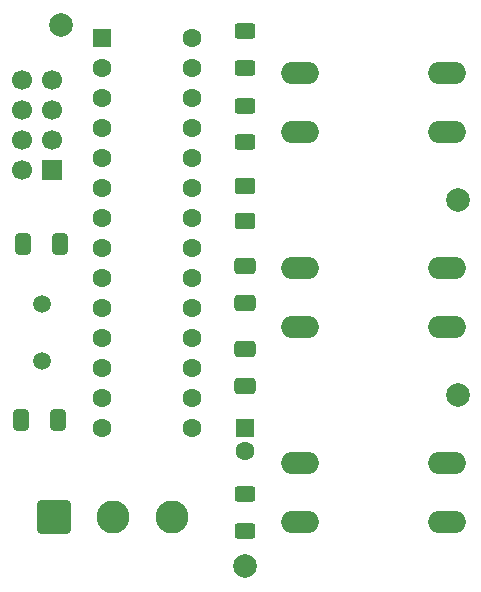
<source format=gts>
%TF.GenerationSoftware,KiCad,Pcbnew,9.0.3*%
%TF.CreationDate,2025-07-13T14:42:04+05:30*%
%TF.ProjectId,lighting_pcb_tht,6c696768-7469-46e6-975f-7063625f7468,rev?*%
%TF.SameCoordinates,Original*%
%TF.FileFunction,Soldermask,Top*%
%TF.FilePolarity,Negative*%
%FSLAX46Y46*%
G04 Gerber Fmt 4.6, Leading zero omitted, Abs format (unit mm)*
G04 Created by KiCad (PCBNEW 9.0.3) date 2025-07-13 14:42:04*
%MOMM*%
%LPD*%
G01*
G04 APERTURE LIST*
G04 Aperture macros list*
%AMRoundRect*
0 Rectangle with rounded corners*
0 $1 Rounding radius*
0 $2 $3 $4 $5 $6 $7 $8 $9 X,Y pos of 4 corners*
0 Add a 4 corners polygon primitive as box body*
4,1,4,$2,$3,$4,$5,$6,$7,$8,$9,$2,$3,0*
0 Add four circle primitives for the rounded corners*
1,1,$1+$1,$2,$3*
1,1,$1+$1,$4,$5*
1,1,$1+$1,$6,$7*
1,1,$1+$1,$8,$9*
0 Add four rect primitives between the rounded corners*
20,1,$1+$1,$2,$3,$4,$5,0*
20,1,$1+$1,$4,$5,$6,$7,0*
20,1,$1+$1,$6,$7,$8,$9,0*
20,1,$1+$1,$8,$9,$2,$3,0*%
G04 Aperture macros list end*
%ADD10C,2.000000*%
%ADD11RoundRect,0.250000X-0.650000X0.412500X-0.650000X-0.412500X0.650000X-0.412500X0.650000X0.412500X0*%
%ADD12RoundRect,0.250001X-0.624999X0.462499X-0.624999X-0.462499X0.624999X-0.462499X0.624999X0.462499X0*%
%ADD13RoundRect,0.250000X-0.625000X0.400000X-0.625000X-0.400000X0.625000X-0.400000X0.625000X0.400000X0*%
%ADD14O,3.200000X1.900000*%
%ADD15R,1.600000X1.600000*%
%ADD16C,1.600000*%
%ADD17R,1.700000X1.700000*%
%ADD18C,1.700000*%
%ADD19RoundRect,0.250001X-1.149999X-1.149999X1.149999X-1.149999X1.149999X1.149999X-1.149999X1.149999X0*%
%ADD20C,2.800000*%
%ADD21RoundRect,0.250000X-0.550000X-0.550000X0.550000X-0.550000X0.550000X0.550000X-0.550000X0.550000X0*%
%ADD22RoundRect,0.250000X0.412500X0.650000X-0.412500X0.650000X-0.412500X-0.650000X0.412500X-0.650000X0*%
%ADD23C,1.500000*%
G04 APERTURE END LIST*
D10*
%TO.C,H3*%
X39000000Y-33250000D03*
%TD*%
D11*
%TO.C,C1*%
X21000000Y-25462500D03*
X21000000Y-22337500D03*
%TD*%
D12*
%TO.C,D1*%
X21000000Y-18587500D03*
X21000000Y-15612500D03*
%TD*%
D13*
%TO.C,R3*%
X21000000Y-11890000D03*
X21000000Y-8790000D03*
%TD*%
%TO.C,R1*%
X21000000Y-2460000D03*
X21000000Y-5560000D03*
%TD*%
D10*
%TO.C,H4*%
X21000000Y-47770000D03*
%TD*%
D14*
%TO.C,SW3*%
X25600000Y-39010000D03*
X38100000Y-39010000D03*
X25600000Y-44010000D03*
X38100000Y-44010000D03*
%TD*%
%TO.C,SW2*%
X25600000Y-22510000D03*
X38100000Y-22510000D03*
X25600000Y-27510000D03*
X38100000Y-27510000D03*
%TD*%
D15*
%TO.C,C3*%
X21000000Y-36050000D03*
D16*
X21000000Y-38050000D03*
%TD*%
D17*
%TO.C,J2*%
X4600000Y-14200000D03*
D18*
X2060000Y-14200000D03*
X4600000Y-11660000D03*
X2060000Y-11660000D03*
X4600000Y-9120000D03*
X2060000Y-9120000D03*
X4600000Y-6580000D03*
X2060000Y-6580000D03*
%TD*%
D19*
%TO.C,J1*%
X4790000Y-43610000D03*
D20*
X9790000Y-43610000D03*
X14790000Y-43610000D03*
%TD*%
D21*
%TO.C,U1*%
X8890000Y-3050000D03*
D16*
X8890000Y-5590000D03*
X8890000Y-8130000D03*
X8890000Y-10670000D03*
X8890000Y-13210000D03*
X8890000Y-15750000D03*
X8890000Y-18290000D03*
X8890000Y-20830000D03*
X8890000Y-23370000D03*
X8890000Y-25910000D03*
X8890000Y-28450000D03*
X8890000Y-30990000D03*
X8890000Y-33530000D03*
X8890000Y-36070000D03*
X16510000Y-36070000D03*
X16510000Y-33530000D03*
X16510000Y-30990000D03*
X16510000Y-28450000D03*
X16510000Y-25910000D03*
X16510000Y-23370000D03*
X16510000Y-20830000D03*
X16510000Y-18290000D03*
X16510000Y-15750000D03*
X16510000Y-13210000D03*
X16510000Y-10670000D03*
X16510000Y-8130000D03*
X16510000Y-5590000D03*
X16510000Y-3050000D03*
%TD*%
D10*
%TO.C,H2*%
X39000000Y-16750000D03*
%TD*%
D13*
%TO.C,R2*%
X21000000Y-41660000D03*
X21000000Y-44760000D03*
%TD*%
D22*
%TO.C,C2*%
X5282500Y-20510000D03*
X2157500Y-20510000D03*
%TD*%
D10*
%TO.C,H1*%
X5370000Y-2000000D03*
%TD*%
D11*
%TO.C,C5*%
X21000000Y-29387500D03*
X21000000Y-32512500D03*
%TD*%
D22*
%TO.C,C4*%
X5110000Y-35400000D03*
X1985000Y-35400000D03*
%TD*%
D14*
%TO.C,SW1*%
X25600000Y-6000000D03*
X38100000Y-6000000D03*
X25600000Y-11000000D03*
X38100000Y-11000000D03*
%TD*%
D23*
%TO.C,Y1*%
X3790000Y-25540000D03*
X3790000Y-30420000D03*
%TD*%
M02*

</source>
